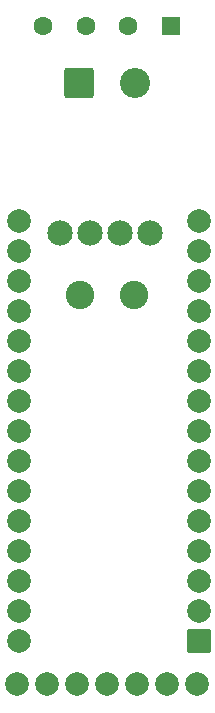
<source format=gbr>
%TF.GenerationSoftware,KiCad,Pcbnew,8.0.8-8.0.8-0~ubuntu24.04.1*%
%TF.CreationDate,2025-02-15T13:06:28-07:00*%
%TF.ProjectId,Temperature Sensor,54656d70-6572-4617-9475-72652053656e,rev?*%
%TF.SameCoordinates,Original*%
%TF.FileFunction,Soldermask,Top*%
%TF.FilePolarity,Negative*%
%FSLAX46Y46*%
G04 Gerber Fmt 4.6, Leading zero omitted, Abs format (unit mm)*
G04 Created by KiCad (PCBNEW 8.0.8-8.0.8-0~ubuntu24.04.1) date 2025-02-15 13:06:28*
%MOMM*%
%LPD*%
G01*
G04 APERTURE LIST*
G04 Aperture macros list*
%AMRoundRect*
0 Rectangle with rounded corners*
0 $1 Rounding radius*
0 $2 $3 $4 $5 $6 $7 $8 $9 X,Y pos of 4 corners*
0 Add a 4 corners polygon primitive as box body*
4,1,4,$2,$3,$4,$5,$6,$7,$8,$9,$2,$3,0*
0 Add four circle primitives for the rounded corners*
1,1,$1+$1,$2,$3*
1,1,$1+$1,$4,$5*
1,1,$1+$1,$6,$7*
1,1,$1+$1,$8,$9*
0 Add four rect primitives between the rounded corners*
20,1,$1+$1,$2,$3,$4,$5,0*
20,1,$1+$1,$4,$5,$6,$7,0*
20,1,$1+$1,$6,$7,$8,$9,0*
20,1,$1+$1,$8,$9,$2,$3,0*%
G04 Aperture macros list end*
%ADD10RoundRect,0.249999X-1.025001X-1.025001X1.025001X-1.025001X1.025001X1.025001X-1.025001X1.025001X0*%
%ADD11C,2.550000*%
%ADD12RoundRect,0.250000X0.550000X0.550000X-0.550000X0.550000X-0.550000X-0.550000X0.550000X-0.550000X0*%
%ADD13C,1.600000*%
%ADD14RoundRect,0.102000X0.900000X0.900000X-0.900000X0.900000X-0.900000X-0.900000X0.900000X-0.900000X0*%
%ADD15C,2.004000*%
%ADD16C,2.134400*%
%ADD17C,2.404000*%
G04 APERTURE END LIST*
D10*
%TO.C,J5*%
X142100000Y-69250000D03*
D11*
X146900000Y-69250000D03*
%TD*%
D12*
%TO.C,J2*%
X149900000Y-64500000D03*
D13*
X146300000Y-64500000D03*
X142700000Y-64500000D03*
X139100000Y-64500000D03*
%TD*%
D14*
%TO.C,UNIT_1*%
X152250000Y-116560000D03*
D15*
X152250000Y-114020000D03*
X152250000Y-111480000D03*
X152250000Y-108940000D03*
X152250000Y-106400000D03*
X152250000Y-103860000D03*
X152250000Y-101320000D03*
X152250000Y-98780000D03*
X152250000Y-96240000D03*
X152250000Y-93700000D03*
X152250000Y-91160000D03*
X152250000Y-88620000D03*
X152250000Y-86080000D03*
X152250000Y-83540000D03*
X152250000Y-81000000D03*
X137010000Y-81000000D03*
X137010000Y-83540000D03*
X137010000Y-86080000D03*
X137010000Y-88620000D03*
X137010000Y-91160000D03*
X137010000Y-93700000D03*
X137010000Y-96240000D03*
X137010000Y-98780000D03*
X137010000Y-101320000D03*
X137010000Y-103860000D03*
X137010000Y-106400000D03*
X137010000Y-108940000D03*
X137010000Y-111480000D03*
X137010000Y-114020000D03*
X137010000Y-116560000D03*
%TD*%
D16*
%TO.C,UNIT_3*%
X140505000Y-82010000D03*
X143045000Y-82010000D03*
X145585000Y-82010000D03*
X148125000Y-82010000D03*
%TD*%
D15*
%TO.C,UNIT_2*%
X136880000Y-120190000D03*
X139420000Y-120190000D03*
X141960000Y-120190000D03*
X144500000Y-120190000D03*
X147040000Y-120190000D03*
X149580000Y-120190000D03*
X152120000Y-120190000D03*
D17*
X146750000Y-87250000D03*
X142250000Y-87250000D03*
%TD*%
M02*

</source>
